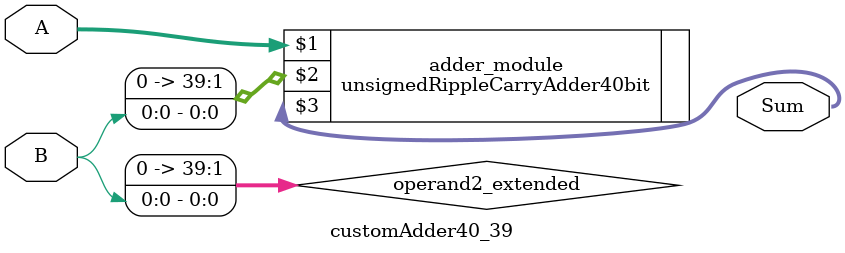
<source format=v>
module customAdder40_39(
                        input [39 : 0] A,
                        input [0 : 0] B,
                        
                        output [40 : 0] Sum
                );

        wire [39 : 0] operand2_extended;
        
        assign operand2_extended =  {39'b0, B};
        
        unsignedRippleCarryAdder40bit adder_module(
            A,
            operand2_extended,
            Sum
        );
        
        endmodule
        
</source>
